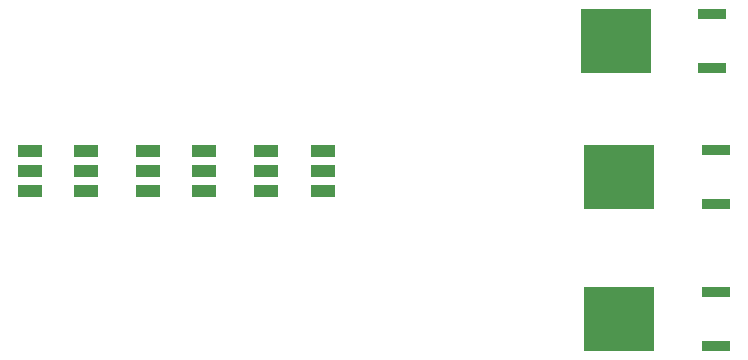
<source format=gbr>
%TF.GenerationSoftware,KiCad,Pcbnew,8.0.6*%
%TF.CreationDate,2024-11-20T23:28:48-08:00*%
%TF.ProjectId,411 Schematic,34313120-5363-4686-956d-617469632e6b,4*%
%TF.SameCoordinates,Original*%
%TF.FileFunction,Paste,Top*%
%TF.FilePolarity,Positive*%
%FSLAX46Y46*%
G04 Gerber Fmt 4.6, Leading zero omitted, Abs format (unit mm)*
G04 Created by KiCad (PCBNEW 8.0.6) date 2024-11-20 23:28:48*
%MOMM*%
%LPD*%
G01*
G04 APERTURE LIST*
%ADD10R,2.489200X0.939800*%
%ADD11R,5.918200X5.511800*%
%ADD12R,2.000000X1.100000*%
G04 APERTURE END LIST*
D10*
%TO.C,Q1*%
X110678800Y-73786000D03*
X110678800Y-69214000D03*
D11*
X102500000Y-71500000D03*
%TD*%
D12*
%TO.C,D2*%
X62600000Y-69300000D03*
X62600000Y-71000000D03*
X62600000Y-72700000D03*
X67400000Y-72700000D03*
X67400000Y-71000000D03*
X67400000Y-69300000D03*
%TD*%
D10*
%TO.C,Q2*%
X110678800Y-85786000D03*
X110678800Y-81214000D03*
D11*
X102500000Y-83500000D03*
%TD*%
D12*
%TO.C,D4*%
X52600000Y-69300000D03*
X52600000Y-71000000D03*
X52600000Y-72700000D03*
X57400000Y-72700000D03*
X57400000Y-71000000D03*
X57400000Y-69300000D03*
%TD*%
D10*
%TO.C,Q3*%
X110413500Y-62286000D03*
X110413500Y-57714000D03*
D11*
X102234700Y-60000000D03*
%TD*%
D12*
%TO.C,D1*%
X72600000Y-69300000D03*
X72600000Y-71000000D03*
X72600000Y-72700000D03*
X77400000Y-72700000D03*
X77400000Y-71000000D03*
X77400000Y-69300000D03*
%TD*%
M02*

</source>
